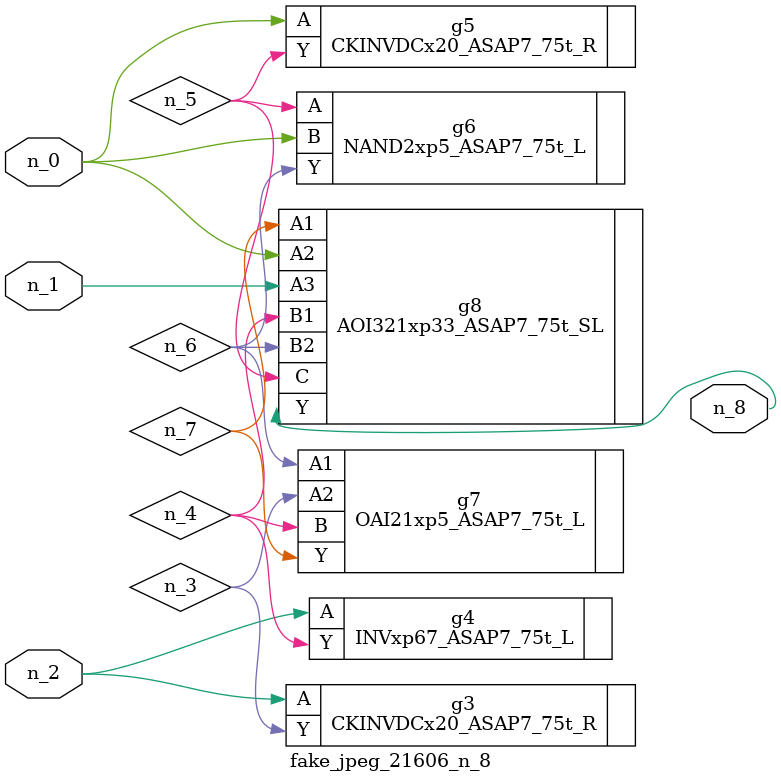
<source format=v>
module fake_jpeg_21606_n_8 (n_0, n_2, n_1, n_8);

input n_0;
input n_2;
input n_1;

output n_8;

wire n_3;
wire n_4;
wire n_6;
wire n_5;
wire n_7;

CKINVDCx20_ASAP7_75t_R g3 ( 
.A(n_2),
.Y(n_3)
);

INVxp67_ASAP7_75t_L g4 ( 
.A(n_2),
.Y(n_4)
);

CKINVDCx20_ASAP7_75t_R g5 ( 
.A(n_0),
.Y(n_5)
);

NAND2xp5_ASAP7_75t_L g6 ( 
.A(n_5),
.B(n_0),
.Y(n_6)
);

OAI21xp5_ASAP7_75t_L g7 ( 
.A1(n_6),
.A2(n_3),
.B(n_4),
.Y(n_7)
);

AOI321xp33_ASAP7_75t_SL g8 ( 
.A1(n_7),
.A2(n_0),
.A3(n_1),
.B1(n_4),
.B2(n_6),
.C(n_5),
.Y(n_8)
);


endmodule
</source>
